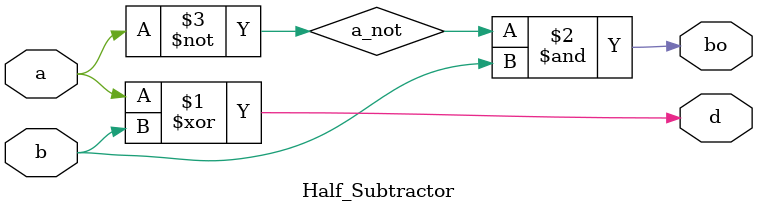
<source format=v>
`timescale 1ns / 1ps


module Half_Subtractor(input a,b,output d,bo);
wire a_not;
xor(d,a,b);
not(a_not,a);
and(bo,a_not,b);
endmodule

</source>
